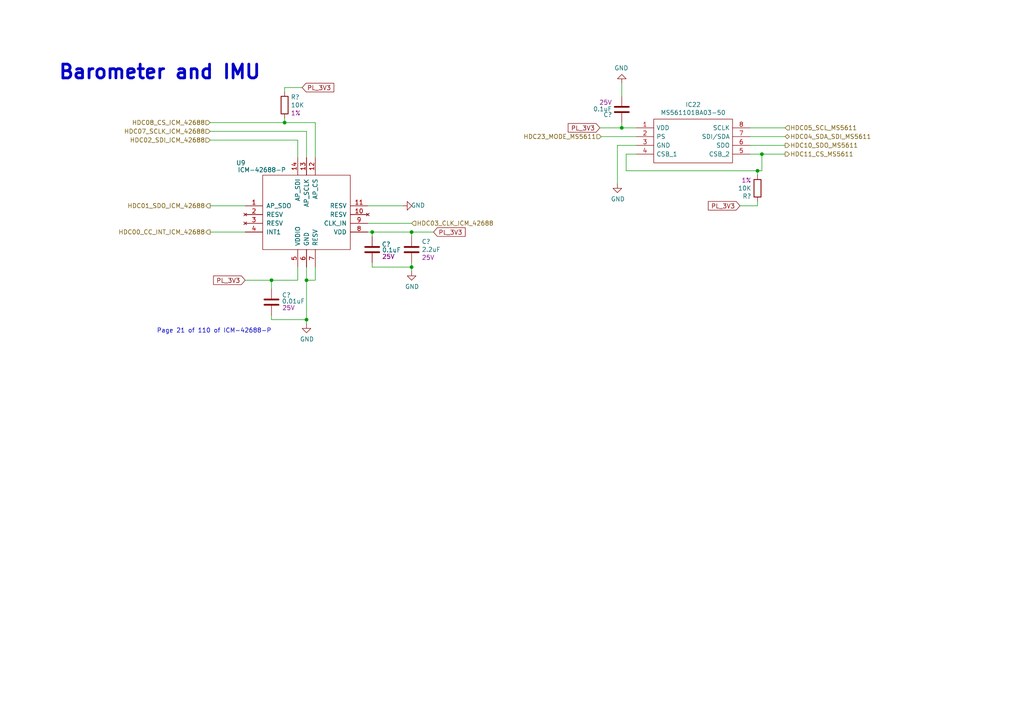
<source format=kicad_sch>
(kicad_sch (version 20230121) (generator eeschema)
  (paper "A4")
  (title_block (title "Top Sheet") (date "2023-12-21") (rev "1.00") (company "ApotheoTech LLC") (comment 1 "SCH: APT-KRIA-FMC") (comment 2 "Author: Chance Reimer"))
  (lib_symbols
    (symbol "ApotheoTech:ICM-42688-P" (pin_names (offset 1.016))
      (property "Reference" "U" (at -19.177 16.51 0))
      (property "Value" "ICM-42688-P" (at -12.827 14.732 0))
      (symbol "ICM-42688-P_0_1"
        (rectangle (start -12.7 12.7) (end 12.7 -8.89))
      )
      (symbol "ICM-42688-P_1_1"
        (pin output line (at -17.78 3.81 0) (length 5.08) (name "AP_SDO") (number "1"))
        (pin no_connect line (at 17.78 1.27 180) (length 5.08) (name "RESV") (number "10"))
        (pin power_in line (at 17.78 3.81 180) (length 5.08) (name "RESV") (number "11"))
        (pin input line (at 2.54 17.78 270) (length 5.08) (name "AP_CS") (number "12"))
        (pin input line (at 0 17.78 270) (length 5.08) (name "AP_SCLK") (number "13"))
        (pin input line (at -2.54 17.78 270) (length 5.08) (name "AP_SDI") (number "14"))
        (pin no_connect line (at -17.78 1.27 0) (length 5.08) (name "RESV") (number "2"))
        (pin no_connect line (at -17.78 -1.27 0) (length 5.08) (name "RESV") (number "3"))
        (pin output line (at -17.78 -3.81 0) (length 5.08) (name "INT1") (number "4"))
        (pin power_in line (at -2.54 -13.97 90) (length 5.08) (name "VDDIO") (number "5"))
        (pin power_in line (at 0 -13.97 90) (length 5.08) (name "GND") (number "6"))
        (pin power_in line (at 2.54 -13.97 90) (length 5.08) (name "RESV") (number "7"))
        (pin power_in line (at 17.78 -3.81 180) (length 5.08) (name "VDD") (number "8"))
        (pin input line (at 17.78 -1.27 180) (length 5.08) (name "CLK_IN") (number "9"))
      )
    )
    (symbol "ApotheoTech:MS561101BA03-50" (pin_names (offset 0.762))
      (property "Reference" "IC" (at 29.21 7.62 0))
      (property "Value" "MS561101BA03-50" (at 29.21 5.08 0))
      (symbol "MS561101BA03-50_0_0"
        (pin power_in line (at 0 0 0) (length 5.08) (name "VDD") (number "1"))
        (pin input line (at 0 -2.54 0) (length 5.08) (name "PS") (number "2"))
        (pin power_in line (at 0 -5.08 0) (length 5.08) (name "GND") (number "3"))
        (pin input line (at 0 -7.62 0) (length 5.08) (name "CSB_1") (number "4"))
        (pin input line (at 33.02 -7.62 180) (length 5.08) (name "CSB_2") (number "5"))
        (pin output line (at 33.02 -5.08 180) (length 5.08) (name "SDO") (number "6"))
        (pin bidirectional line (at 33.02 -2.54 180) (length 5.08) (name "SDI/SDA") (number "7"))
        (pin input line (at 33.02 0 180) (length 5.08) (name "SCLK") (number "8"))
      )
      (symbol "MS561101BA03-50_0_1"
        (polyline (pts (xy 5.08 2.54) (xy 27.94 2.54) (xy 27.94 -10.16) (xy 5.08 -10.16) (xy 5.08 2.54)) (stroke (width 0.1524)))
      )
    )
    (symbol "Device:C" (pin_numbers hide) (pin_names (offset 0.254))
      (property "Reference" "C" (at 0.635 2.54 0))
      (property "Value" "C" (at 0.635 -2.54 0))
      (symbol "C_0_1"
        (polyline (pts (xy -2.032 -0.762) (xy 2.032 -0.762)) (stroke (width 0.508)))
        (polyline (pts (xy -2.032 0.762) (xy 2.032 0.762)) (stroke (width 0.508)))
      )
      (symbol "C_1_1"
        (pin passive line (at 0 3.81 270) (length 2.794) (name "~") (number "1"))
        (pin passive line (at 0 -3.81 90) (length 2.794) (name "~") (number "2"))
      )
    )
    (symbol "Device:R" (pin_numbers hide) (pin_names (offset 0))
      (property "Reference" "R" (at 2.032 0 90))
      (property "Value" "R" (at 0 0 90))
      (symbol "R_0_1"
        (rectangle (start -1.016 -2.54) (end 1.016 2.54) (stroke (width 0.254)))
      )
      (symbol "R_1_1"
        (pin passive line (at 0 3.81 270) (length 1.27) (name "~") (number "1"))
        (pin passive line (at 0 -3.81 90) (length 1.27) (name "~") (number "2"))
      )
    )
    (symbol "power:GND" (power) (pin_names (offset 0))
      (property "Value" "GND" (at 0 -3.81 0))
      (symbol "GND_0_1"
        (polyline (pts (xy 0 0) (xy 0 -1.27) (xy 1.27 -1.27) (xy 0 -2.54) (xy -1.27 -1.27) (xy 0 -1.27)))
      )
      (symbol "GND_1_1"
        (pin power_in line (at 0 0 270) (length 0) hide (name "GND") (number "1"))
      )
    )
  )
  (junction (at 107.95 67.31))
  (junction (at 220.98 44.704))
  (junction (at 82.55 35.56))
  (junction (at 180.34 37.084))
  (junction (at 88.9 92.71))
  (junction (at 119.38 77.47))
  (junction (at 119.38 67.31))
  (junction (at 88.9 81.28))
  (junction (at 78.74 81.28))
  (junction (at 219.71 49.53))
  (wire (pts (xy 106.68 67.31) (xy 107.95 67.31)))
  (wire (pts (xy 184.531 39.624) (xy 174.371 39.624)))
  (wire (pts (xy 78.74 91.44) (xy 78.74 92.71)))
  (wire (pts (xy 82.55 25.4) (xy 82.55 26.67)))
  (wire (pts (xy 60.96 40.64) (xy 86.36 40.64)))
  (wire (pts (xy 71.12 67.31) (xy 60.96 67.31)))
  (wire (pts (xy 184.531 37.084) (xy 180.34 37.084)))
  (wire (pts (xy 220.98 49.53) (xy 219.71 49.53)))
  (wire (pts (xy 181.61 44.704) (xy 184.531 44.704)))
  (wire (pts (xy 88.9 81.28) (xy 88.9 92.71)))
  (wire (pts (xy 107.95 77.47) (xy 119.38 77.47)))
  (wire (pts (xy 219.71 50.8) (xy 219.71 49.53)))
  (wire (pts (xy 184.531 42.164) (xy 179.07 42.164)))
  (wire (pts (xy 106.68 64.77) (xy 119.38 64.77)))
  (wire (pts (xy 119.38 77.47) (xy 119.38 78.74)))
  (wire (pts (xy 78.74 92.71) (xy 88.9 92.71)))
  (wire (pts (xy 107.95 68.58) (xy 107.95 67.31)))
  (wire (pts (xy 119.38 67.31) (xy 125.73 67.31)))
  (wire (pts (xy 91.44 77.47) (xy 91.44 81.28)))
  (wire (pts (xy 180.34 37.084) (xy 180.34 35.56)))
  (wire (pts (xy 78.74 83.82) (xy 78.74 81.28)))
  (wire (pts (xy 87.63 25.4) (xy 82.55 25.4)))
  (wire (pts (xy 179.07 42.164) (xy 179.07 53.34)))
  (wire (pts (xy 220.98 44.704) (xy 220.98 49.53)))
  (wire (pts (xy 88.9 93.98) (xy 88.9 92.71)))
  (wire (pts (xy 217.551 42.164) (xy 227.711 42.164)))
  (wire (pts (xy 219.71 49.53) (xy 181.61 49.53)))
  (wire (pts (xy 119.38 68.58) (xy 119.38 67.31)))
  (wire (pts (xy 214.63 59.69) (xy 219.71 59.69)))
  (wire (pts (xy 219.71 59.69) (xy 219.71 58.42)))
  (wire (pts (xy 82.55 35.56) (xy 60.96 35.56)))
  (wire (pts (xy 217.551 44.704) (xy 220.98 44.704)))
  (wire (pts (xy 180.34 37.084) (xy 173.99 37.084)))
  (wire (pts (xy 217.551 37.084) (xy 227.711 37.084)))
  (wire (pts (xy 86.36 77.47) (xy 86.36 81.28)))
  (wire (pts (xy 180.34 27.94) (xy 180.34 24.13)))
  (wire (pts (xy 119.38 77.47) (xy 119.38 76.2)))
  (wire (pts (xy 91.44 45.72) (xy 91.44 35.56)))
  (wire (pts (xy 217.551 39.624) (xy 227.711 39.624)))
  (wire (pts (xy 107.95 67.31) (xy 119.38 67.31)))
  (wire (pts (xy 71.12 59.69) (xy 60.96 59.69)))
  (wire (pts (xy 71.12 81.28) (xy 78.74 81.28)))
  (wire (pts (xy 88.9 38.1) (xy 60.96 38.1)))
  (wire (pts (xy 88.9 45.72) (xy 88.9 38.1)))
  (wire (pts (xy 86.36 40.64) (xy 86.36 45.72)))
  (wire (pts (xy 181.61 49.53) (xy 181.61 44.704)))
  (wire (pts (xy 107.95 76.2) (xy 107.95 77.47)))
  (wire (pts (xy 82.55 34.29) (xy 82.55 35.56)))
  (wire (pts (xy 88.9 77.47) (xy 88.9 81.28)))
  (wire (pts (xy 106.68 59.69) (xy 116.84 59.69)))
  (wire (pts (xy 91.44 35.56) (xy 82.55 35.56)))
  (wire (pts (xy 220.98 44.704) (xy 227.711 44.704)))
  (wire (pts (xy 91.44 81.28) (xy 88.9 81.28)))
  (wire (pts (xy 78.74 81.28) (xy 86.36 81.28)))
  (text "Barometer and IMU" (at 16.764 23.368 0) (effects (font (size 3.9878 3.9878) (thickness 0.7976) bold) (justify left bottom)))
  (text "Page 21 of 110 of ICM-42688-P" (at 45.466 96.774 0) (effects (font (size 1.27 1.27)) (justify left bottom)))
  (global_label "PL_3V3" (shape input) (at 214.63 59.69 180) (property "Intersheetrefs" "${INTERSHEET_REFS}" (effects hide)))
  (global_label "PL_3V3" (shape input) (at 173.99 37.084 180) (property "Intersheetrefs" "${INTERSHEET_REFS}" (effects hide)))
  (global_label "PL_3V3" (shape input) (at 87.63 25.4 0) (property "Intersheetrefs" "${INTERSHEET_REFS}" (effects hide)))
  (global_label "PL_3V3" (shape input) (at 71.12 81.28 180) (property "Intersheetrefs" "${INTERSHEET_REFS}" (effects hide)))
  (global_label "PL_3V3" (shape input) (at 125.73 67.31 0) (property "Intersheetrefs" "${INTERSHEET_REFS}" (effects hide)))
  (hierarchical_label "HDC08_CS_ICM_42688" (shape input) (at 60.96 35.56 180))
  (hierarchical_label "HDC05_SCL_MS5611" (shape input) (at 227.711 37.084 0))
  (hierarchical_label "HDC00_CC_INT_ICM_42688" (shape output) (at 60.96 67.31 180))
  (hierarchical_label "HDC02_SDI_ICM_42688" (shape input) (at 60.96 40.64 180))
  (hierarchical_label "HDC10_SDO_MS5611" (shape output) (at 227.711 42.164 0))
  (hierarchical_label "HDC04_SDA_SDI_MS5611" (shape bidirectional) (at 227.711 39.624 0))
  (hierarchical_label "HDC03_CLK_ICM_42688" (shape input) (at 119.38 64.77 0))
  (hierarchical_label "HDC23_MODE_MS5611" (shape input) (at 174.371 39.624 180))
  (hierarchical_label "HDC07_SCLK_ICM_42688" (shape input) (at 60.96 38.1 180))
  (hierarchical_label "HDC01_SDO_ICM_42688" (shape output) (at 60.96 59.69 180))
  (hierarchical_label "HDC11_CS_MS5611" (shape output) (at 227.711 44.704 0))
  (symbol (lib_id "power:GND") (at 179.07 53.34 0) (unit 1)
    (property "Reference" "#PWR0323" (effects hide))
    (property "Value" "GND" (at 179.197 57.7342 0))
  )
  (symbol (lib_id "Device:C") (at 180.34 31.75 0) (unit 1)
    (property "Reference" "C?" (at 176.276 33.274 0))
    (property "Value" "0.1uF" (at 174.752 31.623 0))
    (property "Footprint" "Capacitor_SMD:C_0402_1005Metric" (effects hide))
    (property "PartNumber" "TMK105BJ104KVHF" (effects hide))
    (property "Tolerance" "+-10%" (effects hide))
    (property "Voltage" "25V" (at 175.641 29.718 0))
    (property "Temp_Val" "X5R" (effects hide))
    (property "URL" "https://www.digikey.com/en/products/detail/TMK105BJ104KVHF/587-3808-1-ND/4811278?itemSeq=375666509" (effects hide))
    (instances (project "APT-KRIA-FMC" (path "" (reference "C?") (unit 1)) (path "" (reference "C?") (unit 1)) (path "" (reference "C?") (unit 1)) (path "" (reference "C?") (unit 1)) (path "" (reference "C264") (unit 1))))
  )
  (symbol (lib_id "ApotheoTech:ICM-42688-P") (at 88.9 63.5 0) (unit 1)
    (property "Reference" "U9" (at 69.85 47.244 0))
    (property "Value" "ICM-42688-P" (at 75.946 49.276 0))
    (property "Footprint" "ApotheoTech_CXP_Lib:ICM-42688-P" (effects hide))
  )
  (symbol (lib_id "power:GND") (at 88.9 93.98 0) (unit 1)
    (property "Reference" "#PWR0180" (effects hide))
    (property "Value" "GND" (at 89.027 98.3742 0))
  )
  (symbol (lib_id "power:GND") (at 116.84 59.69 90) (unit 1)
    (property "Reference" "#PWR0204" (effects hide))
    (property "Value" "GND" (at 121.2342 59.563 90))
  )
  (symbol (lib_id "Device:C") (at 78.74 87.63 180) (unit 1)
    (property "Reference" "C?" (at 83.058 85.598 0))
    (property "Value" "0.01uF" (at 85.09 87.376 0))
    (property "Footprint" "Capacitor_SMD:C_0402_1005Metric" (effects hide))
    (property "PartNumber" "04023D103KAT2A" (effects hide))
    (property "Tolerance" "+-10%" (effects hide))
    (property "Voltage" "25V" (at 83.693 89.281 0))
    (property "Temp_Val" "X5R" (effects hide))
    (instances (project "APT-KRIA-FMC" (path "" (reference "C?") (unit 1)) (path "" (reference "C?") (unit 1)) (path "" (reference "C179") (unit 1))))
  )
  (symbol (lib_id "Device:C") (at 107.95 72.39 180) (unit 1)
    (property "Reference" "C?" (at 112.014 70.866 0))
    (property "Value" "0.1uF" (at 113.538 72.517 0))
    (property "Footprint" "Capacitor_SMD:C_0402_1005Metric" (effects hide))
    (property "PartNumber" "TMK105BJ104KVHF" (effects hide))
    (property "Tolerance" "+-10%" (effects hide))
    (property "Voltage" "25V" (at 112.649 74.422 0))
    (property "Temp_Val" "X5R" (effects hide))
    (property "URL" "https://www.digikey.com/en/products/detail/TMK105BJ104KVHF/587-3808-1-ND/4811278?itemSeq=375666509" (effects hide))
    (instances (project "APT-KRIA-FMC" (path "" (reference "C?") (unit 1)) (path "" (reference "C?") (unit 1)) (path "" (reference "C?") (unit 1)) (path "" (reference "C?") (unit 1)) (path "" (reference "C180") (unit 1))))
  )
  (symbol (lib_id "Device:C") (at 119.38 72.39 0) (unit 1)
    (property "Reference" "C?" (at 122.301 70.0786 0) (effects (justify left)))
    (property "Value" "2.2uF" (at 122.301 72.39 0) (effects (justify left)))
    (property "Footprint" "Capacitor_SMD:C_0402_1005Metric" (effects hide))
    (property "Tolerance" "+-10%" (effects hide))
    (property "Voltage" "25V" (at 122.301 74.7014 0) (effects (justify left)))
    (property "PartNumber" "GRM155R61E225KE1D" (effects hide))
    (instances (project "APT-KRIA-FMC" (path "" (reference "C?") (unit 1)) (path "" (reference "C263") (unit 1)) (path "" (reference "C?") (unit 1))))
  )
  (symbol (lib_id "power:GND") (at 119.38 78.74 0) (unit 1)
    (property "Reference" "#PWR0321" (effects hide))
    (property "Value" "GND" (at 119.507 83.1342 0))
  )
  (symbol (lib_id "ApotheoTech:MS561101BA03-50") (at 184.531 37.084 0) (unit 1)
    (property "Reference" "IC22" (at 201.041 30.353 0))
    (property "Value" "MS561101BA03-50" (at 201.041 32.6644 0))
    (property "Footprint" "ApotheoTech_CXP_Lib:MS561101BA03-50" (effects hide))
    (property "Datasheet" "http://www.te.com/usa-en/search.html?q=ms5611&source=header" (effects hide))
    (property "Description" "Sensor Pressure 1.2bar Barometric SMD MS561101BA03-50, Barometric Pressure Sensor, 1200mbar 0  3.6 V Output, 8-Pin QFN" (effects hide))
    (property "Mouser Part Number" "824-MS561101BA03-50" (effects hide))
    (property "Mouser Price/Stock" "https://www.mouser.co.uk/ProductDetail/Measurement-Specialties/MS561101BA03-50/?qs=%252BgKeJhng5iV%252BnCz6Qd5iDw%3D%3D" (effects hide))
    (property "Manufacturer_Name" "TE Connectivity" (effects hide))
    (property "Manufacturer_Part_Number" "MS561101BA03-50" (effects hide))
  )
  (symbol (lib_id "power:GND") (at 180.34 24.13 180) (unit 1)
    (property "Reference" "#PWR037" (effects hide))
    (property "Value" "GND" (at 180.213 19.7358 0))
  )
  (symbol (lib_id "Device:R") (at 219.71 54.61 180) (unit 1)
    (property "Reference" "R?" (at 217.932 56.9214 0) (effects (justify left)))
    (property "Value" "10K" (at 217.932 54.61 0) (effects (justify left)))
    (property "Footprint" "Resistor_SMD:R_0402_1005Metric" (effects hide))
    (property "Tolerance" "1%" (at 217.932 52.2986 0) (effects (justify left)))
    (property "Power" "1/10W" (effects hide))
    (property "PartNumber" "ERJ-2RKF1002X" (effects hide))
    (property "URL" "https://www.digikey.com/en/products/detail/panasonic-electronic-components/ERJ-2RKF1002X/192073" (effects hide))
    (instances (project "APT-KRIA-FMC" (path "" (reference "R?") (unit 1)) (path "" (reference "R?") (unit 1)) (path "" (reference "R51") (unit 1)) (path "" (reference "R?") (unit 1))))
  )
  (symbol (lib_id "Device:R") (at 82.55 30.48 0) (unit 1)
    (property "Reference" "R?" (at 84.328 28.1686 0) (effects (justify left)))
    (property "Value" "10K" (at 84.328 30.48 0) (effects (justify left)))
    (property "Footprint" "Resistor_SMD:R_0402_1005Metric" (effects hide))
    (property "Tolerance" "1%" (at 84.328 32.7914 0) (effects (justify left)))
    (property "Power" "1/10W" (effects hide))
    (property "PartNumber" "ERJ-2RKF1002X" (effects hide))
    (property "URL" "https://www.digikey.com/en/products/detail/panasonic-electronic-components/ERJ-2RKF1002X/192073" (effects hide))
    (instances (project "APT-KRIA-FMC" (path "" (reference "R?") (unit 1)) (path "" (reference "R?") (unit 1)) (path "" (reference "R44") (unit 1)) (path "" (reference "R?") (unit 1))))
  )
)
</source>
